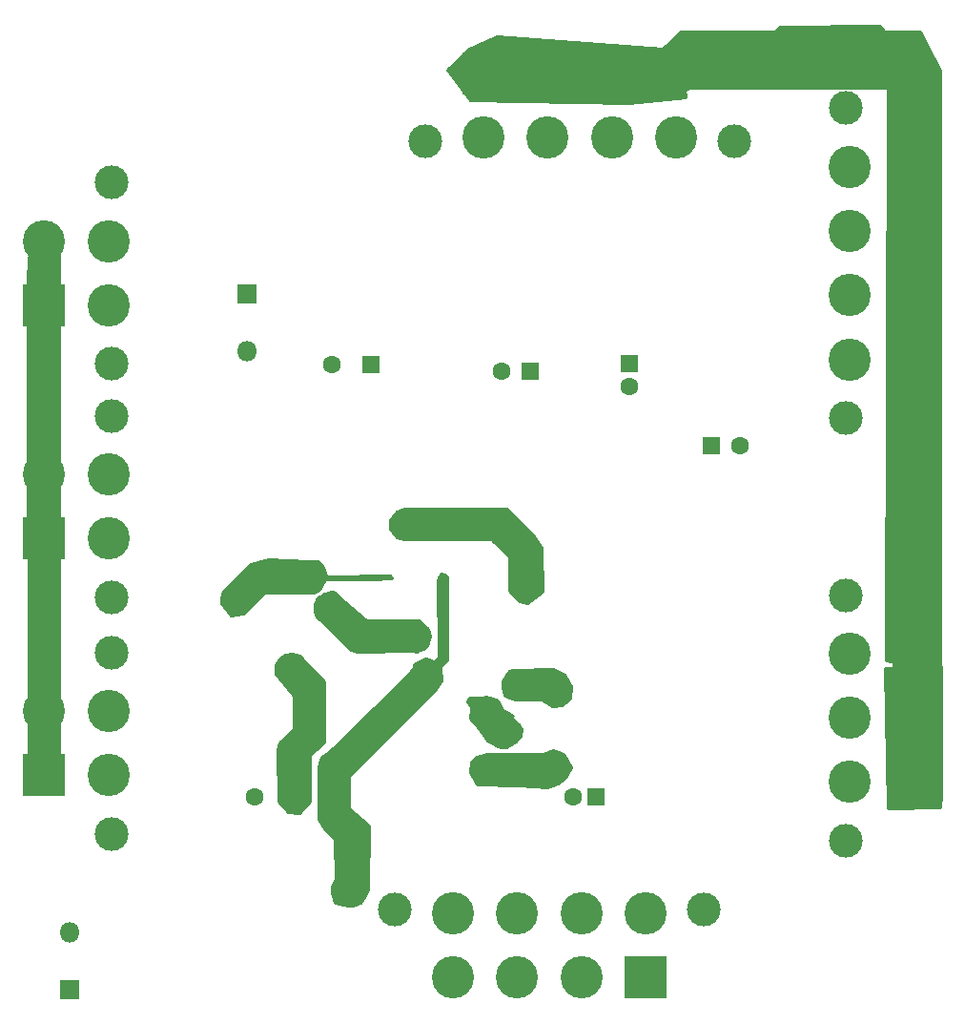
<source format=gbr>
G04 #@! TF.FileFunction,Soldermask,Bot*
%FSLAX46Y46*%
G04 Gerber Fmt 4.6, Leading zero omitted, Abs format (unit mm)*
G04 Created by KiCad (PCBNEW 4.0.7) date 05/11/18 12:47:43*
%MOMM*%
%LPD*%
G01*
G04 APERTURE LIST*
%ADD10C,0.100000*%
%ADD11R,1.600000X1.600000*%
%ADD12C,1.600000*%
%ADD13R,1.800000X1.800000*%
%ADD14O,1.800000X1.800000*%
%ADD15R,3.750000X3.750000*%
%ADD16C,3.750000*%
%ADD17C,3.000000*%
%ADD18C,0.254000*%
G04 APERTURE END LIST*
D10*
D11*
X163580000Y-88370000D03*
D12*
X166080000Y-88370000D03*
D11*
X147450000Y-81790000D03*
D12*
X144950000Y-81790000D03*
D11*
X156300000Y-81080000D03*
D12*
X156300000Y-83080000D03*
D11*
X126490000Y-119510000D03*
D12*
X122990000Y-119510000D03*
D11*
X133350000Y-81150000D03*
D12*
X129850000Y-81150000D03*
D13*
X106600000Y-136600000D03*
D14*
X106600000Y-131520000D03*
D13*
X122300000Y-74930000D03*
D14*
X122300000Y-80010000D03*
D11*
X153290000Y-119510000D03*
D12*
X151290000Y-119510000D03*
D15*
X181500000Y-106800000D03*
D16*
X181500000Y-112500000D03*
X181500000Y-118200000D03*
X175800000Y-106800000D03*
X175800000Y-112500000D03*
X175800000Y-118200000D03*
D17*
X175470000Y-101625000D03*
X175470000Y-123375000D03*
D15*
X181500000Y-63600000D03*
D16*
X181500000Y-69300000D03*
X181500000Y-75000000D03*
X181500000Y-80700000D03*
X175800000Y-63600000D03*
X175800000Y-69300000D03*
X175800000Y-75000000D03*
X175800000Y-80700000D03*
D17*
X175470000Y-58425000D03*
X175470000Y-85875000D03*
D15*
X157700000Y-135500000D03*
D16*
X152000000Y-135500000D03*
X146300000Y-135500000D03*
X140600000Y-135500000D03*
X157700000Y-129800000D03*
X152000000Y-129800000D03*
X146300000Y-129800000D03*
X140600000Y-129800000D03*
D17*
X162875000Y-129470000D03*
X135425000Y-129470000D03*
D15*
X104300000Y-75900000D03*
D16*
X104300000Y-70200000D03*
X110000000Y-75900000D03*
X110000000Y-70200000D03*
D17*
X110330000Y-81075000D03*
X110330000Y-65025000D03*
D15*
X104300000Y-96600000D03*
D16*
X104300000Y-90900000D03*
X110000000Y-96600000D03*
X110000000Y-90900000D03*
D17*
X110330000Y-101775000D03*
X110330000Y-85725000D03*
D15*
X104300000Y-117600000D03*
D16*
X104300000Y-111900000D03*
X110000000Y-117600000D03*
X110000000Y-111900000D03*
D17*
X110330000Y-122775000D03*
X110330000Y-106725000D03*
D15*
X143300000Y-55300000D03*
D16*
X149000000Y-55300000D03*
X154700000Y-55300000D03*
X160400000Y-55300000D03*
X143300000Y-61000000D03*
X149000000Y-61000000D03*
X154700000Y-61000000D03*
X160400000Y-61000000D03*
D17*
X138125000Y-61330000D03*
X165575000Y-61330000D03*
D18*
G36*
X127692755Y-98626793D02*
X127700000Y-98627000D01*
X128554020Y-98627000D01*
X129092883Y-99076053D01*
X129381086Y-99844593D01*
X129407804Y-99887344D01*
X129449049Y-99916332D01*
X129502267Y-99926980D01*
X135028868Y-99828291D01*
X135182134Y-100083734D01*
X133396818Y-100173000D01*
X129400000Y-100173000D01*
X129350590Y-100183006D01*
X129294330Y-100229553D01*
X128710172Y-101105790D01*
X128264822Y-101373000D01*
X123900000Y-101373000D01*
X123850590Y-101383006D01*
X123810197Y-101410197D01*
X121938975Y-103281419D01*
X120855277Y-103462035D01*
X120027000Y-102357667D01*
X120027000Y-102009029D01*
X120119737Y-101359869D01*
X122664930Y-98814676D01*
X124212051Y-98427896D01*
X127692755Y-98626793D01*
X127692755Y-98626793D01*
G37*
X127692755Y-98626793D02*
X127700000Y-98627000D01*
X128554020Y-98627000D01*
X129092883Y-99076053D01*
X129381086Y-99844593D01*
X129407804Y-99887344D01*
X129449049Y-99916332D01*
X129502267Y-99926980D01*
X135028868Y-99828291D01*
X135182134Y-100083734D01*
X133396818Y-100173000D01*
X129400000Y-100173000D01*
X129350590Y-100183006D01*
X129294330Y-100229553D01*
X128710172Y-101105790D01*
X128264822Y-101373000D01*
X123900000Y-101373000D01*
X123850590Y-101383006D01*
X123810197Y-101410197D01*
X121938975Y-103281419D01*
X120855277Y-103462035D01*
X120027000Y-102357667D01*
X120027000Y-102009029D01*
X120119737Y-101359869D01*
X122664930Y-98814676D01*
X124212051Y-98427896D01*
X127692755Y-98626793D01*
G36*
X130124768Y-101404374D02*
X130410197Y-101689803D01*
X130416370Y-101695577D01*
X132816370Y-103795577D01*
X132860144Y-103820584D01*
X132900000Y-103827000D01*
X137551715Y-103827000D01*
X138388029Y-104570390D01*
X138569428Y-105205285D01*
X138483007Y-105637387D01*
X138410197Y-105710197D01*
X138376792Y-105769198D01*
X138287728Y-106125454D01*
X137940288Y-106386034D01*
X137659839Y-106479517D01*
X137629553Y-106494330D01*
X137376299Y-106663166D01*
X137030802Y-106576792D01*
X136997461Y-106573025D01*
X132023233Y-106672510D01*
X131570396Y-106491375D01*
X128416777Y-103436306D01*
X128327000Y-102987423D01*
X128327000Y-102426067D01*
X128597106Y-101795820D01*
X129001580Y-101616054D01*
X129020447Y-101605670D01*
X129152143Y-101517873D01*
X129302231Y-101480351D01*
X129323009Y-101473197D01*
X129340122Y-101465591D01*
X129364135Y-101464875D01*
X129530802Y-101423208D01*
X129556796Y-101413592D01*
X129729980Y-101327000D01*
X129970020Y-101327000D01*
X130124768Y-101404374D01*
X130124768Y-101404374D01*
G37*
X130124768Y-101404374D02*
X130410197Y-101689803D01*
X130416370Y-101695577D01*
X132816370Y-103795577D01*
X132860144Y-103820584D01*
X132900000Y-103827000D01*
X137551715Y-103827000D01*
X138388029Y-104570390D01*
X138569428Y-105205285D01*
X138483007Y-105637387D01*
X138410197Y-105710197D01*
X138376792Y-105769198D01*
X138287728Y-106125454D01*
X137940288Y-106386034D01*
X137659839Y-106479517D01*
X137629553Y-106494330D01*
X137376299Y-106663166D01*
X137030802Y-106576792D01*
X136997461Y-106573025D01*
X132023233Y-106672510D01*
X131570396Y-106491375D01*
X128416777Y-103436306D01*
X128327000Y-102987423D01*
X128327000Y-102426067D01*
X128597106Y-101795820D01*
X129001580Y-101616054D01*
X129020447Y-101605670D01*
X129152143Y-101517873D01*
X129302231Y-101480351D01*
X129323009Y-101473197D01*
X129340122Y-101465591D01*
X129364135Y-101464875D01*
X129530802Y-101423208D01*
X129556796Y-101413592D01*
X129729980Y-101327000D01*
X129970020Y-101327000D01*
X130124768Y-101404374D01*
G36*
X147800342Y-96379948D02*
X148473921Y-97438430D01*
X148571381Y-101336832D01*
X147175069Y-102360794D01*
X146566533Y-102186927D01*
X145627000Y-101247394D01*
X145627000Y-98300000D01*
X145616994Y-98250590D01*
X145589803Y-98210197D01*
X144089803Y-96710197D01*
X144047789Y-96682334D01*
X144000000Y-96673000D01*
X136217789Y-96673000D01*
X135575967Y-96489622D01*
X135027000Y-95757667D01*
X135027000Y-94942333D01*
X135579336Y-94205885D01*
X136323030Y-93927000D01*
X145347394Y-93927000D01*
X147800342Y-96379948D01*
X147800342Y-96379948D01*
G37*
X147800342Y-96379948D02*
X148473921Y-97438430D01*
X148571381Y-101336832D01*
X147175069Y-102360794D01*
X146566533Y-102186927D01*
X145627000Y-101247394D01*
X145627000Y-98300000D01*
X145616994Y-98250590D01*
X145589803Y-98210197D01*
X144089803Y-96710197D01*
X144047789Y-96682334D01*
X144000000Y-96673000D01*
X136217789Y-96673000D01*
X135575967Y-96489622D01*
X135027000Y-95757667D01*
X135027000Y-94942333D01*
X135579336Y-94205885D01*
X136323030Y-93927000D01*
X145347394Y-93927000D01*
X147800342Y-96379948D01*
G36*
X139843706Y-99815105D02*
X140073000Y-99967968D01*
X140073000Y-107440517D01*
X139518697Y-107902436D01*
X139487144Y-107941754D01*
X139473439Y-108010547D01*
X139569934Y-109168483D01*
X139099971Y-109920423D01*
X131410197Y-117610197D01*
X131382334Y-117652211D01*
X131373000Y-117700000D01*
X131373000Y-120500000D01*
X131383006Y-120549410D01*
X131418697Y-120597564D01*
X133171970Y-122058625D01*
X133073580Y-127765257D01*
X132690405Y-128435814D01*
X132413904Y-128896650D01*
X131676970Y-129173000D01*
X131314465Y-129173000D01*
X130100444Y-128892841D01*
X129827000Y-127981360D01*
X129827000Y-127433727D01*
X130210267Y-126763010D01*
X130226945Y-126696266D01*
X130126945Y-123296266D01*
X130115491Y-123247172D01*
X130089803Y-123210197D01*
X129100029Y-122220423D01*
X128627000Y-121463576D01*
X128627000Y-117010511D01*
X128723015Y-116434423D01*
X128903268Y-115983789D01*
X129470447Y-115605670D01*
X129488564Y-115591024D01*
X136888564Y-108391024D01*
X136913592Y-108356796D01*
X137113592Y-107956796D01*
X137127000Y-107900000D01*
X137127000Y-107778490D01*
X137656796Y-107513592D01*
X137665341Y-107508902D01*
X138120233Y-107235967D01*
X138455674Y-107319827D01*
X138843204Y-107513592D01*
X138891872Y-107526740D01*
X138941822Y-107519916D01*
X138989803Y-107489803D01*
X139289803Y-107189803D01*
X139317666Y-107147789D01*
X139327000Y-107100000D01*
X139327000Y-106800000D01*
X139326985Y-106798046D01*
X139227377Y-100323517D01*
X139403268Y-99883789D01*
X139618765Y-99740125D01*
X139843706Y-99815105D01*
X139843706Y-99815105D01*
G37*
X139843706Y-99815105D02*
X140073000Y-99967968D01*
X140073000Y-107440517D01*
X139518697Y-107902436D01*
X139487144Y-107941754D01*
X139473439Y-108010547D01*
X139569934Y-109168483D01*
X139099971Y-109920423D01*
X131410197Y-117610197D01*
X131382334Y-117652211D01*
X131373000Y-117700000D01*
X131373000Y-120500000D01*
X131383006Y-120549410D01*
X131418697Y-120597564D01*
X133171970Y-122058625D01*
X133073580Y-127765257D01*
X132690405Y-128435814D01*
X132413904Y-128896650D01*
X131676970Y-129173000D01*
X131314465Y-129173000D01*
X130100444Y-128892841D01*
X129827000Y-127981360D01*
X129827000Y-127433727D01*
X130210267Y-126763010D01*
X130226945Y-126696266D01*
X130126945Y-123296266D01*
X130115491Y-123247172D01*
X130089803Y-123210197D01*
X129100029Y-122220423D01*
X128627000Y-121463576D01*
X128627000Y-117010511D01*
X128723015Y-116434423D01*
X128903268Y-115983789D01*
X129470447Y-115605670D01*
X129488564Y-115591024D01*
X136888564Y-108391024D01*
X136913592Y-108356796D01*
X137113592Y-107956796D01*
X137127000Y-107900000D01*
X137127000Y-107778490D01*
X137656796Y-107513592D01*
X137665341Y-107508902D01*
X138120233Y-107235967D01*
X138455674Y-107319827D01*
X138843204Y-107513592D01*
X138891872Y-107526740D01*
X138941822Y-107519916D01*
X138989803Y-107489803D01*
X139289803Y-107189803D01*
X139317666Y-107147789D01*
X139327000Y-107100000D01*
X139327000Y-106800000D01*
X139326985Y-106798046D01*
X139227377Y-100323517D01*
X139403268Y-99883789D01*
X139618765Y-99740125D01*
X139843706Y-99815105D01*
G36*
X126931396Y-107011002D02*
X129173000Y-109252606D01*
X129173000Y-114644395D01*
X127913858Y-115806680D01*
X127884338Y-115847546D01*
X127873000Y-115900000D01*
X127873000Y-119900000D01*
X127882900Y-119948889D01*
X126948872Y-120967829D01*
X125961088Y-120878030D01*
X125125967Y-119950118D01*
X125027379Y-115316463D01*
X125212260Y-114669380D01*
X126385817Y-113593619D01*
X126415479Y-113552855D01*
X126427000Y-113500000D01*
X126427000Y-110500000D01*
X126416994Y-110450590D01*
X126397144Y-110418195D01*
X124827000Y-108553649D01*
X124827000Y-107833727D01*
X125191190Y-107196395D01*
X125738360Y-106922810D01*
X126388282Y-106829964D01*
X126931396Y-107011002D01*
X126931396Y-107011002D01*
G37*
X126931396Y-107011002D02*
X129173000Y-109252606D01*
X129173000Y-114644395D01*
X127913858Y-115806680D01*
X127884338Y-115847546D01*
X127873000Y-115900000D01*
X127873000Y-119900000D01*
X127882900Y-119948889D01*
X126948872Y-120967829D01*
X125961088Y-120878030D01*
X125125967Y-119950118D01*
X125027379Y-115316463D01*
X125212260Y-114669380D01*
X126385817Y-113593619D01*
X126415479Y-113552855D01*
X126427000Y-113500000D01*
X126427000Y-110500000D01*
X126416994Y-110450590D01*
X126397144Y-110418195D01*
X124827000Y-108553649D01*
X124827000Y-107833727D01*
X125191190Y-107196395D01*
X125738360Y-106922810D01*
X126388282Y-106829964D01*
X126931396Y-107011002D01*
G36*
X150410034Y-115700798D02*
X151056926Y-116902168D01*
X150600515Y-117814990D01*
X149938633Y-118287763D01*
X148980272Y-118671107D01*
X146409740Y-118473374D01*
X146403341Y-118473044D01*
X142679514Y-118375049D01*
X142130026Y-117276073D01*
X142221202Y-116364315D01*
X142757630Y-115917292D01*
X143613942Y-115727000D01*
X148600000Y-115727000D01*
X148651580Y-115716054D01*
X149502599Y-115337823D01*
X150410034Y-115700798D01*
X150410034Y-115700798D01*
G37*
X150410034Y-115700798D02*
X151056926Y-116902168D01*
X150600515Y-117814990D01*
X149938633Y-118287763D01*
X148980272Y-118671107D01*
X146409740Y-118473374D01*
X146403341Y-118473044D01*
X142679514Y-118375049D01*
X142130026Y-117276073D01*
X142221202Y-116364315D01*
X142757630Y-115917292D01*
X143613942Y-115727000D01*
X148600000Y-115727000D01*
X148651580Y-115716054D01*
X149502599Y-115337823D01*
X150410034Y-115700798D01*
G36*
X144156293Y-110819301D02*
X144603991Y-110998380D01*
X144883269Y-111650028D01*
X144911929Y-111691501D01*
X144936008Y-111709700D01*
X145960269Y-112307186D01*
X145829553Y-112394330D01*
X145793992Y-112430063D01*
X145775134Y-112476816D01*
X145775952Y-112527222D01*
X145796316Y-112573339D01*
X145818697Y-112597564D01*
X146402167Y-113083789D01*
X146667041Y-113525245D01*
X146579209Y-114052234D01*
X146213038Y-114601491D01*
X146043204Y-114686408D01*
X146036990Y-114689733D01*
X145366273Y-115073000D01*
X144820610Y-115073000D01*
X144551359Y-114983250D01*
X143686205Y-114502608D01*
X142902709Y-113425302D01*
X142894921Y-113415626D01*
X142131910Y-112557238D01*
X142226370Y-111612637D01*
X142221330Y-111562476D01*
X142205670Y-111529553D01*
X141855512Y-111004317D01*
X142063500Y-110727000D01*
X143100000Y-110727000D01*
X143124907Y-110724534D01*
X143591835Y-110631148D01*
X144156293Y-110819301D01*
X144156293Y-110819301D01*
G37*
X144156293Y-110819301D02*
X144603991Y-110998380D01*
X144883269Y-111650028D01*
X144911929Y-111691501D01*
X144936008Y-111709700D01*
X145960269Y-112307186D01*
X145829553Y-112394330D01*
X145793992Y-112430063D01*
X145775134Y-112476816D01*
X145775952Y-112527222D01*
X145796316Y-112573339D01*
X145818697Y-112597564D01*
X146402167Y-113083789D01*
X146667041Y-113525245D01*
X146579209Y-114052234D01*
X146213038Y-114601491D01*
X146043204Y-114686408D01*
X146036990Y-114689733D01*
X145366273Y-115073000D01*
X144820610Y-115073000D01*
X144551359Y-114983250D01*
X143686205Y-114502608D01*
X142902709Y-113425302D01*
X142894921Y-113415626D01*
X142131910Y-112557238D01*
X142226370Y-111612637D01*
X142221330Y-111562476D01*
X142205670Y-111529553D01*
X141855512Y-111004317D01*
X142063500Y-110727000D01*
X143100000Y-110727000D01*
X143124907Y-110724534D01*
X143591835Y-110631148D01*
X144156293Y-110819301D01*
G36*
X150506394Y-108693606D02*
X151070277Y-109727393D01*
X150978175Y-110832619D01*
X150251527Y-111377605D01*
X149428582Y-111469043D01*
X148465341Y-110891098D01*
X148400000Y-110873000D01*
X146124459Y-110873000D01*
X145207458Y-110506200D01*
X145027000Y-109784366D01*
X145027000Y-109229980D01*
X145308470Y-108667040D01*
X145574546Y-108312272D01*
X145917368Y-108226567D01*
X149469270Y-108127903D01*
X150506394Y-108693606D01*
X150506394Y-108693606D01*
G37*
X150506394Y-108693606D02*
X151070277Y-109727393D01*
X150978175Y-110832619D01*
X150251527Y-111377605D01*
X149428582Y-111469043D01*
X148465341Y-110891098D01*
X148400000Y-110873000D01*
X146124459Y-110873000D01*
X145207458Y-110506200D01*
X145027000Y-109784366D01*
X145027000Y-109229980D01*
X145308470Y-108667040D01*
X145574546Y-108312272D01*
X145917368Y-108226567D01*
X149469270Y-108127903D01*
X150506394Y-108693606D01*
G36*
X178860197Y-51539803D02*
X178902211Y-51567666D01*
X178950000Y-51577000D01*
X182072476Y-51577000D01*
X183873000Y-55080723D01*
X183873000Y-107801442D01*
X183883006Y-107850852D01*
X183911447Y-107892477D01*
X183923000Y-107899911D01*
X183923000Y-119297563D01*
X183877744Y-120474228D01*
X179174996Y-120521730D01*
X178978958Y-108073333D01*
X179988293Y-108044217D01*
X180037394Y-108032791D01*
X180078181Y-108003162D01*
X180104227Y-107959998D01*
X180111631Y-107917060D01*
X180111219Y-107668294D01*
X180101131Y-107618900D01*
X180072622Y-107577323D01*
X180030182Y-107550113D01*
X179998676Y-107542330D01*
X179077223Y-107436747D01*
X179177000Y-56700250D01*
X179167091Y-56650820D01*
X179138732Y-56609140D01*
X179096392Y-56581776D01*
X179050000Y-56573000D01*
X168400000Y-56573000D01*
X168399490Y-56573001D01*
X161255865Y-56601690D01*
X161206495Y-56611894D01*
X161164986Y-56640502D01*
X161137876Y-56683005D01*
X161132399Y-56756239D01*
X161294537Y-57485860D01*
X156195460Y-57922923D01*
X142115498Y-57723913D01*
X140118046Y-54965528D01*
X142022205Y-53156578D01*
X144473270Y-52029088D01*
X159190555Y-53126648D01*
X159240572Y-53120345D01*
X159289803Y-53089803D01*
X160802606Y-51577000D01*
X169237037Y-51577000D01*
X169286447Y-51566994D01*
X169325192Y-51541420D01*
X169651853Y-51226425D01*
X178447986Y-51127592D01*
X178860197Y-51539803D01*
X178860197Y-51539803D01*
G37*
X178860197Y-51539803D02*
X178902211Y-51567666D01*
X178950000Y-51577000D01*
X182072476Y-51577000D01*
X183873000Y-55080723D01*
X183873000Y-107801442D01*
X183883006Y-107850852D01*
X183911447Y-107892477D01*
X183923000Y-107899911D01*
X183923000Y-119297563D01*
X183877744Y-120474228D01*
X179174996Y-120521730D01*
X178978958Y-108073333D01*
X179988293Y-108044217D01*
X180037394Y-108032791D01*
X180078181Y-108003162D01*
X180104227Y-107959998D01*
X180111631Y-107917060D01*
X180111219Y-107668294D01*
X180101131Y-107618900D01*
X180072622Y-107577323D01*
X180030182Y-107550113D01*
X179998676Y-107542330D01*
X179077223Y-107436747D01*
X179177000Y-56700250D01*
X179167091Y-56650820D01*
X179138732Y-56609140D01*
X179096392Y-56581776D01*
X179050000Y-56573000D01*
X168400000Y-56573000D01*
X168399490Y-56573001D01*
X161255865Y-56601690D01*
X161206495Y-56611894D01*
X161164986Y-56640502D01*
X161137876Y-56683005D01*
X161132399Y-56756239D01*
X161294537Y-57485860D01*
X156195460Y-57922923D01*
X142115498Y-57723913D01*
X140118046Y-54965528D01*
X142022205Y-53156578D01*
X144473270Y-52029088D01*
X159190555Y-53126648D01*
X159240572Y-53120345D01*
X159289803Y-53089803D01*
X160802606Y-51577000D01*
X169237037Y-51577000D01*
X169286447Y-51566994D01*
X169325192Y-51541420D01*
X169651853Y-51226425D01*
X178447986Y-51127592D01*
X178860197Y-51539803D01*
G36*
X105673000Y-70734111D02*
X105673000Y-118368696D01*
X102926728Y-118277153D01*
X102827012Y-73305135D01*
X103120794Y-69779750D01*
X104651356Y-68969453D01*
X105673000Y-70734111D01*
X105673000Y-70734111D01*
G37*
X105673000Y-70734111D02*
X105673000Y-118368696D01*
X102926728Y-118277153D01*
X102827012Y-73305135D01*
X103120794Y-69779750D01*
X104651356Y-68969453D01*
X105673000Y-70734111D01*
M02*

</source>
